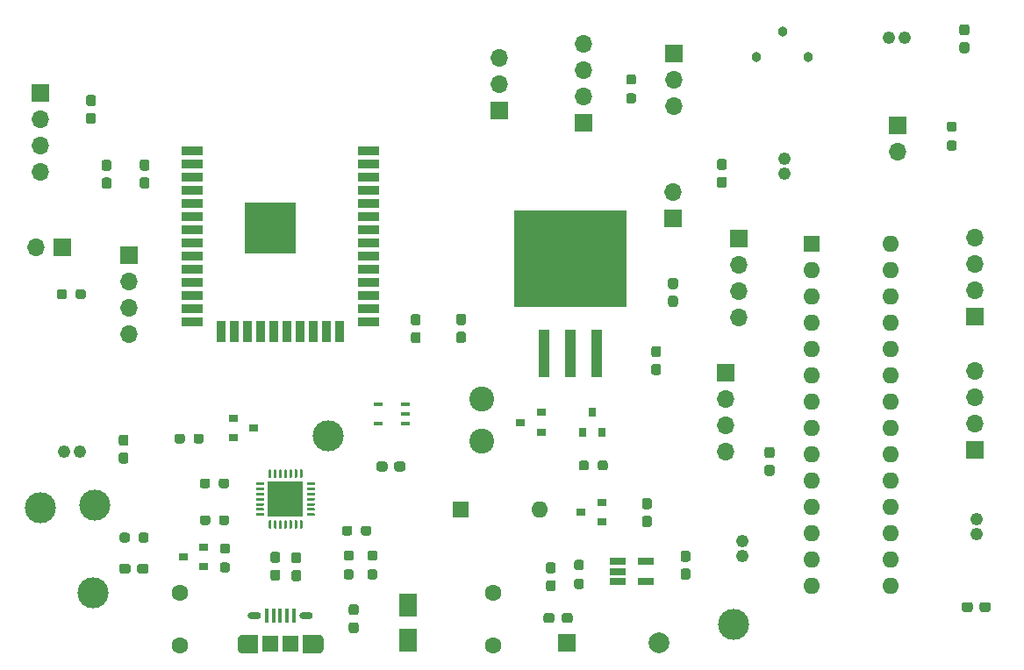
<source format=gbr>
%TF.GenerationSoftware,KiCad,Pcbnew,(5.1.10)-1*%
%TF.CreationDate,2022-02-13T15:12:39-05:00*%
%TF.ProjectId,dispenser,64697370-656e-4736-9572-2e6b69636164,rev?*%
%TF.SameCoordinates,Original*%
%TF.FileFunction,Soldermask,Top*%
%TF.FilePolarity,Negative*%
%FSLAX46Y46*%
G04 Gerber Fmt 4.6, Leading zero omitted, Abs format (unit mm)*
G04 Created by KiCad (PCBNEW (5.1.10)-1) date 2022-02-13 15:12:39*
%MOMM*%
%LPD*%
G01*
G04 APERTURE LIST*
%ADD10C,0.000100*%
%ADD11O,1.700000X1.700000*%
%ADD12R,1.700000X1.700000*%
%ADD13C,3.000000*%
%ADD14C,2.400000*%
%ADD15R,1.800000X1.800000*%
%ADD16C,2.000000*%
%ADD17R,1.651000X2.184400*%
%ADD18O,1.600000X1.600000*%
%ADD19R,1.600000X1.600000*%
%ADD20C,1.244600*%
%ADD21O,0.775000X1.550000*%
%ADD22R,1.500000X1.550000*%
%ADD23O,1.300000X0.650000*%
%ADD24R,0.400000X1.350000*%
%ADD25R,0.900000X0.800000*%
%ADD26R,0.800000X0.900000*%
%ADD27C,0.965200*%
%ADD28C,1.600000*%
%ADD29R,2.000000X0.900000*%
%ADD30R,0.900000X2.000000*%
%ADD31R,5.000000X5.000000*%
%ADD32R,1.560000X0.650000*%
%ADD33R,10.800000X9.400000*%
%ADD34R,1.100000X4.600000*%
%ADD35R,0.914400X0.431800*%
%ADD36R,3.350000X3.350000*%
G04 APERTURE END LIST*
D10*
%TO.C,J17*%
G36*
X113988400Y-121829800D02*
G01*
X112588400Y-121829800D01*
X112588400Y-120079800D01*
X113988400Y-120079800D01*
X114014400Y-120080800D01*
X114040400Y-120082800D01*
X114066400Y-120085800D01*
X114092400Y-120090800D01*
X114117400Y-120096800D01*
X114143400Y-120103800D01*
X114167400Y-120112800D01*
X114191400Y-120122800D01*
X114215400Y-120133800D01*
X114238400Y-120146800D01*
X114260400Y-120160800D01*
X114282400Y-120174800D01*
X114303400Y-120190800D01*
X114323400Y-120207800D01*
X114342400Y-120225800D01*
X114360400Y-120244800D01*
X114377400Y-120264800D01*
X114393400Y-120285800D01*
X114407400Y-120307800D01*
X114421400Y-120329800D01*
X114434400Y-120352800D01*
X114445400Y-120376800D01*
X114455400Y-120400800D01*
X114464400Y-120424800D01*
X114471400Y-120450800D01*
X114477400Y-120475800D01*
X114482400Y-120501800D01*
X114485400Y-120527800D01*
X114487400Y-120553800D01*
X114488400Y-120579800D01*
X114488400Y-121329800D01*
X114487400Y-121355800D01*
X114485400Y-121381800D01*
X114482400Y-121407800D01*
X114477400Y-121433800D01*
X114471400Y-121458800D01*
X114464400Y-121484800D01*
X114455400Y-121508800D01*
X114445400Y-121532800D01*
X114434400Y-121556800D01*
X114421400Y-121579800D01*
X114407400Y-121601800D01*
X114393400Y-121623800D01*
X114377400Y-121644800D01*
X114360400Y-121664800D01*
X114342400Y-121683800D01*
X114323400Y-121701800D01*
X114303400Y-121718800D01*
X114282400Y-121734800D01*
X114260400Y-121748800D01*
X114238400Y-121762800D01*
X114215400Y-121775800D01*
X114191400Y-121786800D01*
X114167400Y-121796800D01*
X114143400Y-121805800D01*
X114117400Y-121812800D01*
X114092400Y-121818800D01*
X114066400Y-121823800D01*
X114040400Y-121826800D01*
X114014400Y-121828800D01*
X113988400Y-121829800D01*
G37*
X113988400Y-121829800D02*
X112588400Y-121829800D01*
X112588400Y-120079800D01*
X113988400Y-120079800D01*
X114014400Y-120080800D01*
X114040400Y-120082800D01*
X114066400Y-120085800D01*
X114092400Y-120090800D01*
X114117400Y-120096800D01*
X114143400Y-120103800D01*
X114167400Y-120112800D01*
X114191400Y-120122800D01*
X114215400Y-120133800D01*
X114238400Y-120146800D01*
X114260400Y-120160800D01*
X114282400Y-120174800D01*
X114303400Y-120190800D01*
X114323400Y-120207800D01*
X114342400Y-120225800D01*
X114360400Y-120244800D01*
X114377400Y-120264800D01*
X114393400Y-120285800D01*
X114407400Y-120307800D01*
X114421400Y-120329800D01*
X114434400Y-120352800D01*
X114445400Y-120376800D01*
X114455400Y-120400800D01*
X114464400Y-120424800D01*
X114471400Y-120450800D01*
X114477400Y-120475800D01*
X114482400Y-120501800D01*
X114485400Y-120527800D01*
X114487400Y-120553800D01*
X114488400Y-120579800D01*
X114488400Y-121329800D01*
X114487400Y-121355800D01*
X114485400Y-121381800D01*
X114482400Y-121407800D01*
X114477400Y-121433800D01*
X114471400Y-121458800D01*
X114464400Y-121484800D01*
X114455400Y-121508800D01*
X114445400Y-121532800D01*
X114434400Y-121556800D01*
X114421400Y-121579800D01*
X114407400Y-121601800D01*
X114393400Y-121623800D01*
X114377400Y-121644800D01*
X114360400Y-121664800D01*
X114342400Y-121683800D01*
X114323400Y-121701800D01*
X114303400Y-121718800D01*
X114282400Y-121734800D01*
X114260400Y-121748800D01*
X114238400Y-121762800D01*
X114215400Y-121775800D01*
X114191400Y-121786800D01*
X114167400Y-121796800D01*
X114143400Y-121805800D01*
X114117400Y-121812800D01*
X114092400Y-121818800D01*
X114066400Y-121823800D01*
X114040400Y-121826800D01*
X114014400Y-121828800D01*
X113988400Y-121829800D01*
G36*
X106788400Y-120079800D02*
G01*
X108188400Y-120079800D01*
X108188400Y-121829800D01*
X106788400Y-121829800D01*
X106762400Y-121828800D01*
X106736400Y-121826800D01*
X106710400Y-121823800D01*
X106684400Y-121818800D01*
X106659400Y-121812800D01*
X106633400Y-121805800D01*
X106609400Y-121796800D01*
X106585400Y-121786800D01*
X106561400Y-121775800D01*
X106538400Y-121762800D01*
X106516400Y-121748800D01*
X106494400Y-121734800D01*
X106473400Y-121718800D01*
X106453400Y-121701800D01*
X106434400Y-121683800D01*
X106416400Y-121664800D01*
X106399400Y-121644800D01*
X106383400Y-121623800D01*
X106369400Y-121601800D01*
X106355400Y-121579800D01*
X106342400Y-121556800D01*
X106331400Y-121532800D01*
X106321400Y-121508800D01*
X106312400Y-121484800D01*
X106305400Y-121458800D01*
X106299400Y-121433800D01*
X106294400Y-121407800D01*
X106291400Y-121381800D01*
X106289400Y-121355800D01*
X106288400Y-121329800D01*
X106288400Y-120579800D01*
X106289400Y-120553800D01*
X106291400Y-120527800D01*
X106294400Y-120501800D01*
X106299400Y-120475800D01*
X106305400Y-120450800D01*
X106312400Y-120424800D01*
X106321400Y-120400800D01*
X106331400Y-120376800D01*
X106342400Y-120352800D01*
X106355400Y-120329800D01*
X106369400Y-120307800D01*
X106383400Y-120285800D01*
X106399400Y-120264800D01*
X106416400Y-120244800D01*
X106434400Y-120225800D01*
X106453400Y-120207800D01*
X106473400Y-120190800D01*
X106494400Y-120174800D01*
X106516400Y-120160800D01*
X106538400Y-120146800D01*
X106561400Y-120133800D01*
X106585400Y-120122800D01*
X106609400Y-120112800D01*
X106633400Y-120103800D01*
X106659400Y-120096800D01*
X106684400Y-120090800D01*
X106710400Y-120085800D01*
X106736400Y-120082800D01*
X106762400Y-120080800D01*
X106788400Y-120079800D01*
G37*
X106788400Y-120079800D02*
X108188400Y-120079800D01*
X108188400Y-121829800D01*
X106788400Y-121829800D01*
X106762400Y-121828800D01*
X106736400Y-121826800D01*
X106710400Y-121823800D01*
X106684400Y-121818800D01*
X106659400Y-121812800D01*
X106633400Y-121805800D01*
X106609400Y-121796800D01*
X106585400Y-121786800D01*
X106561400Y-121775800D01*
X106538400Y-121762800D01*
X106516400Y-121748800D01*
X106494400Y-121734800D01*
X106473400Y-121718800D01*
X106453400Y-121701800D01*
X106434400Y-121683800D01*
X106416400Y-121664800D01*
X106399400Y-121644800D01*
X106383400Y-121623800D01*
X106369400Y-121601800D01*
X106355400Y-121579800D01*
X106342400Y-121556800D01*
X106331400Y-121532800D01*
X106321400Y-121508800D01*
X106312400Y-121484800D01*
X106305400Y-121458800D01*
X106299400Y-121433800D01*
X106294400Y-121407800D01*
X106291400Y-121381800D01*
X106289400Y-121355800D01*
X106288400Y-121329800D01*
X106288400Y-120579800D01*
X106289400Y-120553800D01*
X106291400Y-120527800D01*
X106294400Y-120501800D01*
X106299400Y-120475800D01*
X106305400Y-120450800D01*
X106312400Y-120424800D01*
X106321400Y-120400800D01*
X106331400Y-120376800D01*
X106342400Y-120352800D01*
X106355400Y-120329800D01*
X106369400Y-120307800D01*
X106383400Y-120285800D01*
X106399400Y-120264800D01*
X106416400Y-120244800D01*
X106434400Y-120225800D01*
X106453400Y-120207800D01*
X106473400Y-120190800D01*
X106494400Y-120174800D01*
X106516400Y-120160800D01*
X106538400Y-120146800D01*
X106561400Y-120133800D01*
X106585400Y-120122800D01*
X106609400Y-120112800D01*
X106633400Y-120103800D01*
X106659400Y-120096800D01*
X106684400Y-120090800D01*
X106710400Y-120085800D01*
X106736400Y-120082800D01*
X106762400Y-120080800D01*
X106788400Y-120079800D01*
%TD*%
D11*
%TO.C,J3*%
X154600000Y-89420000D03*
X154600000Y-86880000D03*
X154600000Y-84340000D03*
D12*
X154600000Y-81800000D03*
%TD*%
D11*
%TO.C,J6*%
X177400000Y-81720000D03*
X177400000Y-84260000D03*
X177400000Y-86800000D03*
D12*
X177400000Y-89340000D03*
%TD*%
D11*
%TO.C,J5*%
X177400000Y-94580000D03*
X177400000Y-97120000D03*
X177400000Y-99660000D03*
D12*
X177400000Y-102200000D03*
%TD*%
D11*
%TO.C,J4*%
X153400000Y-102420000D03*
X153400000Y-99880000D03*
X153400000Y-97340000D03*
D12*
X153400000Y-94800000D03*
%TD*%
D11*
%TO.C,J2*%
X95800000Y-91020000D03*
X95800000Y-88480000D03*
X95800000Y-85940000D03*
D12*
X95800000Y-83400000D03*
%TD*%
D13*
%TO.C,TP5*%
X154100000Y-119100000D03*
%TD*%
%TO.C,TP4*%
X92500000Y-107600000D03*
%TD*%
%TO.C,TP3*%
X92300000Y-116000000D03*
%TD*%
%TO.C,TP2*%
X115000000Y-100900000D03*
%TD*%
%TO.C,TP1*%
X87200000Y-107800000D03*
%TD*%
%TO.C,C9*%
G36*
G01*
X149262500Y-113687500D02*
X149737500Y-113687500D01*
G75*
G02*
X149975000Y-113925000I0J-237500D01*
G01*
X149975000Y-114525000D01*
G75*
G02*
X149737500Y-114762500I-237500J0D01*
G01*
X149262500Y-114762500D01*
G75*
G02*
X149025000Y-114525000I0J237500D01*
G01*
X149025000Y-113925000D01*
G75*
G02*
X149262500Y-113687500I237500J0D01*
G01*
G37*
G36*
G01*
X149262500Y-111962500D02*
X149737500Y-111962500D01*
G75*
G02*
X149975000Y-112200000I0J-237500D01*
G01*
X149975000Y-112800000D01*
G75*
G02*
X149737500Y-113037500I-237500J0D01*
G01*
X149262500Y-113037500D01*
G75*
G02*
X149025000Y-112800000I0J237500D01*
G01*
X149025000Y-112200000D01*
G75*
G02*
X149262500Y-111962500I237500J0D01*
G01*
G37*
%TD*%
D14*
%TO.C,SW3*%
X129819400Y-101396800D03*
X129819400Y-97332800D03*
%TD*%
%TO.C,F2*%
G36*
G01*
X137546800Y-118703100D02*
X137546800Y-118228100D01*
G75*
G02*
X137784300Y-117990600I237500J0D01*
G01*
X138359300Y-117990600D01*
G75*
G02*
X138596800Y-118228100I0J-237500D01*
G01*
X138596800Y-118703100D01*
G75*
G02*
X138359300Y-118940600I-237500J0D01*
G01*
X137784300Y-118940600D01*
G75*
G02*
X137546800Y-118703100I0J237500D01*
G01*
G37*
G36*
G01*
X135796800Y-118703100D02*
X135796800Y-118228100D01*
G75*
G02*
X136034300Y-117990600I237500J0D01*
G01*
X136609300Y-117990600D01*
G75*
G02*
X136846800Y-118228100I0J-237500D01*
G01*
X136846800Y-118703100D01*
G75*
G02*
X136609300Y-118940600I-237500J0D01*
G01*
X136034300Y-118940600D01*
G75*
G02*
X135796800Y-118703100I0J237500D01*
G01*
G37*
%TD*%
%TO.C,F1*%
G36*
G01*
X117712500Y-118180400D02*
X117237500Y-118180400D01*
G75*
G02*
X117000000Y-117942900I0J237500D01*
G01*
X117000000Y-117367900D01*
G75*
G02*
X117237500Y-117130400I237500J0D01*
G01*
X117712500Y-117130400D01*
G75*
G02*
X117950000Y-117367900I0J-237500D01*
G01*
X117950000Y-117942900D01*
G75*
G02*
X117712500Y-118180400I-237500J0D01*
G01*
G37*
G36*
G01*
X117712500Y-119930400D02*
X117237500Y-119930400D01*
G75*
G02*
X117000000Y-119692900I0J237500D01*
G01*
X117000000Y-119117900D01*
G75*
G02*
X117237500Y-118880400I237500J0D01*
G01*
X117712500Y-118880400D01*
G75*
G02*
X117950000Y-119117900I0J-237500D01*
G01*
X117950000Y-119692900D01*
G75*
G02*
X117712500Y-119930400I-237500J0D01*
G01*
G37*
%TD*%
%TO.C,R3*%
G36*
G01*
X175421300Y-71507800D02*
X174946300Y-71507800D01*
G75*
G02*
X174708800Y-71270300I0J237500D01*
G01*
X174708800Y-70770300D01*
G75*
G02*
X174946300Y-70532800I237500J0D01*
G01*
X175421300Y-70532800D01*
G75*
G02*
X175658800Y-70770300I0J-237500D01*
G01*
X175658800Y-71270300D01*
G75*
G02*
X175421300Y-71507800I-237500J0D01*
G01*
G37*
G36*
G01*
X175421300Y-73332800D02*
X174946300Y-73332800D01*
G75*
G02*
X174708800Y-73095300I0J237500D01*
G01*
X174708800Y-72595300D01*
G75*
G02*
X174946300Y-72357800I237500J0D01*
G01*
X175421300Y-72357800D01*
G75*
G02*
X175658800Y-72595300I0J-237500D01*
G01*
X175658800Y-73095300D01*
G75*
G02*
X175421300Y-73332800I-237500J0D01*
G01*
G37*
%TD*%
D11*
%TO.C,J9*%
X169926000Y-73456800D03*
D12*
X169926000Y-70916800D03*
%TD*%
%TO.C,R14*%
G36*
G01*
X96712500Y-110937500D02*
X96712500Y-110462500D01*
G75*
G02*
X96950000Y-110225000I237500J0D01*
G01*
X97450000Y-110225000D01*
G75*
G02*
X97687500Y-110462500I0J-237500D01*
G01*
X97687500Y-110937500D01*
G75*
G02*
X97450000Y-111175000I-237500J0D01*
G01*
X96950000Y-111175000D01*
G75*
G02*
X96712500Y-110937500I0J237500D01*
G01*
G37*
G36*
G01*
X94887500Y-110937500D02*
X94887500Y-110462500D01*
G75*
G02*
X95125000Y-110225000I237500J0D01*
G01*
X95625000Y-110225000D01*
G75*
G02*
X95862500Y-110462500I0J-237500D01*
G01*
X95862500Y-110937500D01*
G75*
G02*
X95625000Y-111175000I-237500J0D01*
G01*
X95125000Y-111175000D01*
G75*
G02*
X94887500Y-110937500I0J237500D01*
G01*
G37*
%TD*%
%TO.C,R13*%
G36*
G01*
X102026900Y-101380300D02*
X102026900Y-100905300D01*
G75*
G02*
X102264400Y-100667800I237500J0D01*
G01*
X102764400Y-100667800D01*
G75*
G02*
X103001900Y-100905300I0J-237500D01*
G01*
X103001900Y-101380300D01*
G75*
G02*
X102764400Y-101617800I-237500J0D01*
G01*
X102264400Y-101617800D01*
G75*
G02*
X102026900Y-101380300I0J237500D01*
G01*
G37*
G36*
G01*
X100201900Y-101380300D02*
X100201900Y-100905300D01*
G75*
G02*
X100439400Y-100667800I237500J0D01*
G01*
X100939400Y-100667800D01*
G75*
G02*
X101176900Y-100905300I0J-237500D01*
G01*
X101176900Y-101380300D01*
G75*
G02*
X100939400Y-101617800I-237500J0D01*
G01*
X100439400Y-101617800D01*
G75*
G02*
X100201900Y-101380300I0J237500D01*
G01*
G37*
%TD*%
%TO.C,R12*%
G36*
G01*
X104816900Y-113101300D02*
X105291900Y-113101300D01*
G75*
G02*
X105529400Y-113338800I0J-237500D01*
G01*
X105529400Y-113838800D01*
G75*
G02*
X105291900Y-114076300I-237500J0D01*
G01*
X104816900Y-114076300D01*
G75*
G02*
X104579400Y-113838800I0J237500D01*
G01*
X104579400Y-113338800D01*
G75*
G02*
X104816900Y-113101300I237500J0D01*
G01*
G37*
G36*
G01*
X104816900Y-111276300D02*
X105291900Y-111276300D01*
G75*
G02*
X105529400Y-111513800I0J-237500D01*
G01*
X105529400Y-112013800D01*
G75*
G02*
X105291900Y-112251300I-237500J0D01*
G01*
X104816900Y-112251300D01*
G75*
G02*
X104579400Y-112013800I0J237500D01*
G01*
X104579400Y-111513800D01*
G75*
G02*
X104816900Y-111276300I237500J0D01*
G01*
G37*
%TD*%
%TO.C,R11*%
G36*
G01*
X104479400Y-109254300D02*
X104479400Y-108779300D01*
G75*
G02*
X104716900Y-108541800I237500J0D01*
G01*
X105216900Y-108541800D01*
G75*
G02*
X105454400Y-108779300I0J-237500D01*
G01*
X105454400Y-109254300D01*
G75*
G02*
X105216900Y-109491800I-237500J0D01*
G01*
X104716900Y-109491800D01*
G75*
G02*
X104479400Y-109254300I0J237500D01*
G01*
G37*
G36*
G01*
X102654400Y-109254300D02*
X102654400Y-108779300D01*
G75*
G02*
X102891900Y-108541800I237500J0D01*
G01*
X103391900Y-108541800D01*
G75*
G02*
X103629400Y-108779300I0J-237500D01*
G01*
X103629400Y-109254300D01*
G75*
G02*
X103391900Y-109491800I-237500J0D01*
G01*
X102891900Y-109491800D01*
G75*
G02*
X102654400Y-109254300I0J237500D01*
G01*
G37*
%TD*%
%TO.C,R10*%
G36*
G01*
X104463400Y-105698300D02*
X104463400Y-105223300D01*
G75*
G02*
X104700900Y-104985800I237500J0D01*
G01*
X105200900Y-104985800D01*
G75*
G02*
X105438400Y-105223300I0J-237500D01*
G01*
X105438400Y-105698300D01*
G75*
G02*
X105200900Y-105935800I-237500J0D01*
G01*
X104700900Y-105935800D01*
G75*
G02*
X104463400Y-105698300I0J237500D01*
G01*
G37*
G36*
G01*
X102638400Y-105698300D02*
X102638400Y-105223300D01*
G75*
G02*
X102875900Y-104985800I237500J0D01*
G01*
X103375900Y-104985800D01*
G75*
G02*
X103613400Y-105223300I0J-237500D01*
G01*
X103613400Y-105698300D01*
G75*
G02*
X103375900Y-105935800I-237500J0D01*
G01*
X102875900Y-105935800D01*
G75*
G02*
X102638400Y-105698300I0J237500D01*
G01*
G37*
%TD*%
%TO.C,R9*%
G36*
G01*
X118179400Y-110270300D02*
X118179400Y-109795300D01*
G75*
G02*
X118416900Y-109557800I237500J0D01*
G01*
X118916900Y-109557800D01*
G75*
G02*
X119154400Y-109795300I0J-237500D01*
G01*
X119154400Y-110270300D01*
G75*
G02*
X118916900Y-110507800I-237500J0D01*
G01*
X118416900Y-110507800D01*
G75*
G02*
X118179400Y-110270300I0J237500D01*
G01*
G37*
G36*
G01*
X116354400Y-110270300D02*
X116354400Y-109795300D01*
G75*
G02*
X116591900Y-109557800I237500J0D01*
G01*
X117091900Y-109557800D01*
G75*
G02*
X117329400Y-109795300I0J-237500D01*
G01*
X117329400Y-110270300D01*
G75*
G02*
X117091900Y-110507800I-237500J0D01*
G01*
X116591900Y-110507800D01*
G75*
G02*
X116354400Y-110270300I0J237500D01*
G01*
G37*
%TD*%
%TO.C,R8*%
G36*
G01*
X119040900Y-113759800D02*
X119515900Y-113759800D01*
G75*
G02*
X119753400Y-113997300I0J-237500D01*
G01*
X119753400Y-114497300D01*
G75*
G02*
X119515900Y-114734800I-237500J0D01*
G01*
X119040900Y-114734800D01*
G75*
G02*
X118803400Y-114497300I0J237500D01*
G01*
X118803400Y-113997300D01*
G75*
G02*
X119040900Y-113759800I237500J0D01*
G01*
G37*
G36*
G01*
X119040900Y-111934800D02*
X119515900Y-111934800D01*
G75*
G02*
X119753400Y-112172300I0J-237500D01*
G01*
X119753400Y-112672300D01*
G75*
G02*
X119515900Y-112909800I-237500J0D01*
G01*
X119040900Y-112909800D01*
G75*
G02*
X118803400Y-112672300I0J237500D01*
G01*
X118803400Y-112172300D01*
G75*
G02*
X119040900Y-111934800I237500J0D01*
G01*
G37*
%TD*%
%TO.C,R7*%
G36*
G01*
X117229900Y-112909800D02*
X116754900Y-112909800D01*
G75*
G02*
X116517400Y-112672300I0J237500D01*
G01*
X116517400Y-112172300D01*
G75*
G02*
X116754900Y-111934800I237500J0D01*
G01*
X117229900Y-111934800D01*
G75*
G02*
X117467400Y-112172300I0J-237500D01*
G01*
X117467400Y-112672300D01*
G75*
G02*
X117229900Y-112909800I-237500J0D01*
G01*
G37*
G36*
G01*
X117229900Y-114734800D02*
X116754900Y-114734800D01*
G75*
G02*
X116517400Y-114497300I0J237500D01*
G01*
X116517400Y-113997300D01*
G75*
G02*
X116754900Y-113759800I237500J0D01*
G01*
X117229900Y-113759800D01*
G75*
G02*
X117467400Y-113997300I0J-237500D01*
G01*
X117467400Y-114497300D01*
G75*
G02*
X117229900Y-114734800I-237500J0D01*
G01*
G37*
%TD*%
%TO.C,R6*%
G36*
G01*
X140165900Y-103496100D02*
X140165900Y-103971100D01*
G75*
G02*
X139928400Y-104208600I-237500J0D01*
G01*
X139428400Y-104208600D01*
G75*
G02*
X139190900Y-103971100I0J237500D01*
G01*
X139190900Y-103496100D01*
G75*
G02*
X139428400Y-103258600I237500J0D01*
G01*
X139928400Y-103258600D01*
G75*
G02*
X140165900Y-103496100I0J-237500D01*
G01*
G37*
G36*
G01*
X141990900Y-103496100D02*
X141990900Y-103971100D01*
G75*
G02*
X141753400Y-104208600I-237500J0D01*
G01*
X141253400Y-104208600D01*
G75*
G02*
X141015900Y-103971100I0J237500D01*
G01*
X141015900Y-103496100D01*
G75*
G02*
X141253400Y-103258600I237500J0D01*
G01*
X141753400Y-103258600D01*
G75*
G02*
X141990900Y-103496100I0J-237500D01*
G01*
G37*
%TD*%
%TO.C,R5*%
G36*
G01*
X138979900Y-114676100D02*
X139454900Y-114676100D01*
G75*
G02*
X139692400Y-114913600I0J-237500D01*
G01*
X139692400Y-115413600D01*
G75*
G02*
X139454900Y-115651100I-237500J0D01*
G01*
X138979900Y-115651100D01*
G75*
G02*
X138742400Y-115413600I0J237500D01*
G01*
X138742400Y-114913600D01*
G75*
G02*
X138979900Y-114676100I237500J0D01*
G01*
G37*
G36*
G01*
X138979900Y-112851100D02*
X139454900Y-112851100D01*
G75*
G02*
X139692400Y-113088600I0J-237500D01*
G01*
X139692400Y-113588600D01*
G75*
G02*
X139454900Y-113826100I-237500J0D01*
G01*
X138979900Y-113826100D01*
G75*
G02*
X138742400Y-113588600I0J237500D01*
G01*
X138742400Y-113088600D01*
G75*
G02*
X138979900Y-112851100I237500J0D01*
G01*
G37*
%TD*%
%TO.C,R4*%
G36*
G01*
X144484100Y-66959300D02*
X144009100Y-66959300D01*
G75*
G02*
X143771600Y-66721800I0J237500D01*
G01*
X143771600Y-66221800D01*
G75*
G02*
X144009100Y-65984300I237500J0D01*
G01*
X144484100Y-65984300D01*
G75*
G02*
X144721600Y-66221800I0J-237500D01*
G01*
X144721600Y-66721800D01*
G75*
G02*
X144484100Y-66959300I-237500J0D01*
G01*
G37*
G36*
G01*
X144484100Y-68784300D02*
X144009100Y-68784300D01*
G75*
G02*
X143771600Y-68546800I0J237500D01*
G01*
X143771600Y-68046800D01*
G75*
G02*
X144009100Y-67809300I237500J0D01*
G01*
X144484100Y-67809300D01*
G75*
G02*
X144721600Y-68046800I0J-237500D01*
G01*
X144721600Y-68546800D01*
G75*
G02*
X144484100Y-68784300I-237500J0D01*
G01*
G37*
%TD*%
%TO.C,R2*%
G36*
G01*
X89793900Y-86960700D02*
X89793900Y-87435700D01*
G75*
G02*
X89556400Y-87673200I-237500J0D01*
G01*
X89056400Y-87673200D01*
G75*
G02*
X88818900Y-87435700I0J237500D01*
G01*
X88818900Y-86960700D01*
G75*
G02*
X89056400Y-86723200I237500J0D01*
G01*
X89556400Y-86723200D01*
G75*
G02*
X89793900Y-86960700I0J-237500D01*
G01*
G37*
G36*
G01*
X91618900Y-86960700D02*
X91618900Y-87435700D01*
G75*
G02*
X91381400Y-87673200I-237500J0D01*
G01*
X90881400Y-87673200D01*
G75*
G02*
X90643900Y-87435700I0J237500D01*
G01*
X90643900Y-86960700D01*
G75*
G02*
X90881400Y-86723200I237500J0D01*
G01*
X91381400Y-86723200D01*
G75*
G02*
X91618900Y-86960700I0J-237500D01*
G01*
G37*
%TD*%
%TO.C,C20*%
G36*
G01*
X96587500Y-113937500D02*
X96587500Y-113462500D01*
G75*
G02*
X96825000Y-113225000I237500J0D01*
G01*
X97425000Y-113225000D01*
G75*
G02*
X97662500Y-113462500I0J-237500D01*
G01*
X97662500Y-113937500D01*
G75*
G02*
X97425000Y-114175000I-237500J0D01*
G01*
X96825000Y-114175000D01*
G75*
G02*
X96587500Y-113937500I0J237500D01*
G01*
G37*
G36*
G01*
X94862500Y-113937500D02*
X94862500Y-113462500D01*
G75*
G02*
X95100000Y-113225000I237500J0D01*
G01*
X95700000Y-113225000D01*
G75*
G02*
X95937500Y-113462500I0J-237500D01*
G01*
X95937500Y-113937500D01*
G75*
G02*
X95700000Y-114175000I-237500J0D01*
G01*
X95100000Y-114175000D01*
G75*
G02*
X94862500Y-113937500I0J237500D01*
G01*
G37*
%TD*%
%TO.C,C19*%
G36*
G01*
X123231900Y-90851700D02*
X123706900Y-90851700D01*
G75*
G02*
X123944400Y-91089200I0J-237500D01*
G01*
X123944400Y-91689200D01*
G75*
G02*
X123706900Y-91926700I-237500J0D01*
G01*
X123231900Y-91926700D01*
G75*
G02*
X122994400Y-91689200I0J237500D01*
G01*
X122994400Y-91089200D01*
G75*
G02*
X123231900Y-90851700I237500J0D01*
G01*
G37*
G36*
G01*
X123231900Y-89126700D02*
X123706900Y-89126700D01*
G75*
G02*
X123944400Y-89364200I0J-237500D01*
G01*
X123944400Y-89964200D01*
G75*
G02*
X123706900Y-90201700I-237500J0D01*
G01*
X123231900Y-90201700D01*
G75*
G02*
X122994400Y-89964200I0J237500D01*
G01*
X122994400Y-89364200D01*
G75*
G02*
X123231900Y-89126700I237500J0D01*
G01*
G37*
%TD*%
%TO.C,C18*%
G36*
G01*
X109668300Y-113790700D02*
X110143300Y-113790700D01*
G75*
G02*
X110380800Y-114028200I0J-237500D01*
G01*
X110380800Y-114628200D01*
G75*
G02*
X110143300Y-114865700I-237500J0D01*
G01*
X109668300Y-114865700D01*
G75*
G02*
X109430800Y-114628200I0J237500D01*
G01*
X109430800Y-114028200D01*
G75*
G02*
X109668300Y-113790700I237500J0D01*
G01*
G37*
G36*
G01*
X109668300Y-112065700D02*
X110143300Y-112065700D01*
G75*
G02*
X110380800Y-112303200I0J-237500D01*
G01*
X110380800Y-112903200D01*
G75*
G02*
X110143300Y-113140700I-237500J0D01*
G01*
X109668300Y-113140700D01*
G75*
G02*
X109430800Y-112903200I0J237500D01*
G01*
X109430800Y-112303200D01*
G75*
G02*
X109668300Y-112065700I237500J0D01*
G01*
G37*
%TD*%
%TO.C,C17*%
G36*
G01*
X111700300Y-113833700D02*
X112175300Y-113833700D01*
G75*
G02*
X112412800Y-114071200I0J-237500D01*
G01*
X112412800Y-114671200D01*
G75*
G02*
X112175300Y-114908700I-237500J0D01*
G01*
X111700300Y-114908700D01*
G75*
G02*
X111462800Y-114671200I0J237500D01*
G01*
X111462800Y-114071200D01*
G75*
G02*
X111700300Y-113833700I237500J0D01*
G01*
G37*
G36*
G01*
X111700300Y-112108700D02*
X112175300Y-112108700D01*
G75*
G02*
X112412800Y-112346200I0J-237500D01*
G01*
X112412800Y-112946200D01*
G75*
G02*
X112175300Y-113183700I-237500J0D01*
G01*
X111700300Y-113183700D01*
G75*
G02*
X111462800Y-112946200I0J237500D01*
G01*
X111462800Y-112346200D01*
G75*
G02*
X111700300Y-112108700I237500J0D01*
G01*
G37*
%TD*%
%TO.C,C16*%
G36*
G01*
X136737100Y-114153900D02*
X136262100Y-114153900D01*
G75*
G02*
X136024600Y-113916400I0J237500D01*
G01*
X136024600Y-113316400D01*
G75*
G02*
X136262100Y-113078900I237500J0D01*
G01*
X136737100Y-113078900D01*
G75*
G02*
X136974600Y-113316400I0J-237500D01*
G01*
X136974600Y-113916400D01*
G75*
G02*
X136737100Y-114153900I-237500J0D01*
G01*
G37*
G36*
G01*
X136737100Y-115878900D02*
X136262100Y-115878900D01*
G75*
G02*
X136024600Y-115641400I0J237500D01*
G01*
X136024600Y-115041400D01*
G75*
G02*
X136262100Y-114803900I237500J0D01*
G01*
X136737100Y-114803900D01*
G75*
G02*
X136974600Y-115041400I0J-237500D01*
G01*
X136974600Y-115641400D01*
G75*
G02*
X136737100Y-115878900I-237500J0D01*
G01*
G37*
%TD*%
%TO.C,C15*%
G36*
G01*
X121382500Y-104072700D02*
X121382500Y-103597700D01*
G75*
G02*
X121620000Y-103360200I237500J0D01*
G01*
X122220000Y-103360200D01*
G75*
G02*
X122457500Y-103597700I0J-237500D01*
G01*
X122457500Y-104072700D01*
G75*
G02*
X122220000Y-104310200I-237500J0D01*
G01*
X121620000Y-104310200D01*
G75*
G02*
X121382500Y-104072700I0J237500D01*
G01*
G37*
G36*
G01*
X119657500Y-104072700D02*
X119657500Y-103597700D01*
G75*
G02*
X119895000Y-103360200I237500J0D01*
G01*
X120495000Y-103360200D01*
G75*
G02*
X120732500Y-103597700I0J-237500D01*
G01*
X120732500Y-104072700D01*
G75*
G02*
X120495000Y-104310200I-237500J0D01*
G01*
X119895000Y-104310200D01*
G75*
G02*
X119657500Y-104072700I0J237500D01*
G01*
G37*
%TD*%
%TO.C,C14*%
G36*
G01*
X146422100Y-93925100D02*
X146897100Y-93925100D01*
G75*
G02*
X147134600Y-94162600I0J-237500D01*
G01*
X147134600Y-94762600D01*
G75*
G02*
X146897100Y-95000100I-237500J0D01*
G01*
X146422100Y-95000100D01*
G75*
G02*
X146184600Y-94762600I0J237500D01*
G01*
X146184600Y-94162600D01*
G75*
G02*
X146422100Y-93925100I237500J0D01*
G01*
G37*
G36*
G01*
X146422100Y-92200100D02*
X146897100Y-92200100D01*
G75*
G02*
X147134600Y-92437600I0J-237500D01*
G01*
X147134600Y-93037600D01*
G75*
G02*
X146897100Y-93275100I-237500J0D01*
G01*
X146422100Y-93275100D01*
G75*
G02*
X146184600Y-93037600I0J237500D01*
G01*
X146184600Y-92437600D01*
G75*
G02*
X146422100Y-92200100I237500J0D01*
G01*
G37*
%TD*%
%TO.C,C13*%
G36*
G01*
X128075700Y-90176300D02*
X127600700Y-90176300D01*
G75*
G02*
X127363200Y-89938800I0J237500D01*
G01*
X127363200Y-89338800D01*
G75*
G02*
X127600700Y-89101300I237500J0D01*
G01*
X128075700Y-89101300D01*
G75*
G02*
X128313200Y-89338800I0J-237500D01*
G01*
X128313200Y-89938800D01*
G75*
G02*
X128075700Y-90176300I-237500J0D01*
G01*
G37*
G36*
G01*
X128075700Y-91901300D02*
X127600700Y-91901300D01*
G75*
G02*
X127363200Y-91663800I0J237500D01*
G01*
X127363200Y-91063800D01*
G75*
G02*
X127600700Y-90826300I237500J0D01*
G01*
X128075700Y-90826300D01*
G75*
G02*
X128313200Y-91063800I0J-237500D01*
G01*
X128313200Y-91663800D01*
G75*
G02*
X128075700Y-91901300I-237500J0D01*
G01*
G37*
%TD*%
%TO.C,C12*%
G36*
G01*
X146008100Y-107955200D02*
X145533100Y-107955200D01*
G75*
G02*
X145295600Y-107717700I0J237500D01*
G01*
X145295600Y-107117700D01*
G75*
G02*
X145533100Y-106880200I237500J0D01*
G01*
X146008100Y-106880200D01*
G75*
G02*
X146245600Y-107117700I0J-237500D01*
G01*
X146245600Y-107717700D01*
G75*
G02*
X146008100Y-107955200I-237500J0D01*
G01*
G37*
G36*
G01*
X146008100Y-109680200D02*
X145533100Y-109680200D01*
G75*
G02*
X145295600Y-109442700I0J237500D01*
G01*
X145295600Y-108842700D01*
G75*
G02*
X145533100Y-108605200I237500J0D01*
G01*
X146008100Y-108605200D01*
G75*
G02*
X146245600Y-108842700I0J-237500D01*
G01*
X146245600Y-109442700D01*
G75*
G02*
X146008100Y-109680200I-237500J0D01*
G01*
G37*
%TD*%
%TO.C,C11*%
G36*
G01*
X148047700Y-87346500D02*
X148522700Y-87346500D01*
G75*
G02*
X148760200Y-87584000I0J-237500D01*
G01*
X148760200Y-88184000D01*
G75*
G02*
X148522700Y-88421500I-237500J0D01*
G01*
X148047700Y-88421500D01*
G75*
G02*
X147810200Y-88184000I0J237500D01*
G01*
X147810200Y-87584000D01*
G75*
G02*
X148047700Y-87346500I237500J0D01*
G01*
G37*
G36*
G01*
X148047700Y-85621500D02*
X148522700Y-85621500D01*
G75*
G02*
X148760200Y-85859000I0J-237500D01*
G01*
X148760200Y-86459000D01*
G75*
G02*
X148522700Y-86696500I-237500J0D01*
G01*
X148047700Y-86696500D01*
G75*
G02*
X147810200Y-86459000I0J237500D01*
G01*
X147810200Y-85859000D01*
G75*
G02*
X148047700Y-85621500I237500J0D01*
G01*
G37*
%TD*%
%TO.C,C10*%
G36*
G01*
X92363300Y-69041300D02*
X91888300Y-69041300D01*
G75*
G02*
X91650800Y-68803800I0J237500D01*
G01*
X91650800Y-68203800D01*
G75*
G02*
X91888300Y-67966300I237500J0D01*
G01*
X92363300Y-67966300D01*
G75*
G02*
X92600800Y-68203800I0J-237500D01*
G01*
X92600800Y-68803800D01*
G75*
G02*
X92363300Y-69041300I-237500J0D01*
G01*
G37*
G36*
G01*
X92363300Y-70766300D02*
X91888300Y-70766300D01*
G75*
G02*
X91650800Y-70528800I0J237500D01*
G01*
X91650800Y-69928800D01*
G75*
G02*
X91888300Y-69691300I237500J0D01*
G01*
X92363300Y-69691300D01*
G75*
G02*
X92600800Y-69928800I0J-237500D01*
G01*
X92600800Y-70528800D01*
G75*
G02*
X92363300Y-70766300I-237500J0D01*
G01*
G37*
%TD*%
%TO.C,C8*%
G36*
G01*
X153237500Y-75212500D02*
X152762500Y-75212500D01*
G75*
G02*
X152525000Y-74975000I0J237500D01*
G01*
X152525000Y-74375000D01*
G75*
G02*
X152762500Y-74137500I237500J0D01*
G01*
X153237500Y-74137500D01*
G75*
G02*
X153475000Y-74375000I0J-237500D01*
G01*
X153475000Y-74975000D01*
G75*
G02*
X153237500Y-75212500I-237500J0D01*
G01*
G37*
G36*
G01*
X153237500Y-76937500D02*
X152762500Y-76937500D01*
G75*
G02*
X152525000Y-76700000I0J237500D01*
G01*
X152525000Y-76100000D01*
G75*
G02*
X152762500Y-75862500I237500J0D01*
G01*
X153237500Y-75862500D01*
G75*
G02*
X153475000Y-76100000I0J-237500D01*
G01*
X153475000Y-76700000D01*
G75*
G02*
X153237500Y-76937500I-237500J0D01*
G01*
G37*
%TD*%
%TO.C,C7*%
G36*
G01*
X95037900Y-102482700D02*
X95512900Y-102482700D01*
G75*
G02*
X95750400Y-102720200I0J-237500D01*
G01*
X95750400Y-103320200D01*
G75*
G02*
X95512900Y-103557700I-237500J0D01*
G01*
X95037900Y-103557700D01*
G75*
G02*
X94800400Y-103320200I0J237500D01*
G01*
X94800400Y-102720200D01*
G75*
G02*
X95037900Y-102482700I237500J0D01*
G01*
G37*
G36*
G01*
X95037900Y-100757700D02*
X95512900Y-100757700D01*
G75*
G02*
X95750400Y-100995200I0J-237500D01*
G01*
X95750400Y-101595200D01*
G75*
G02*
X95512900Y-101832700I-237500J0D01*
G01*
X95037900Y-101832700D01*
G75*
G02*
X94800400Y-101595200I0J237500D01*
G01*
X94800400Y-100995200D01*
G75*
G02*
X95037900Y-100757700I237500J0D01*
G01*
G37*
%TD*%
%TO.C,C6*%
G36*
G01*
X176637500Y-62212500D02*
X176162500Y-62212500D01*
G75*
G02*
X175925000Y-61975000I0J237500D01*
G01*
X175925000Y-61375000D01*
G75*
G02*
X176162500Y-61137500I237500J0D01*
G01*
X176637500Y-61137500D01*
G75*
G02*
X176875000Y-61375000I0J-237500D01*
G01*
X176875000Y-61975000D01*
G75*
G02*
X176637500Y-62212500I-237500J0D01*
G01*
G37*
G36*
G01*
X176637500Y-63937500D02*
X176162500Y-63937500D01*
G75*
G02*
X175925000Y-63700000I0J237500D01*
G01*
X175925000Y-63100000D01*
G75*
G02*
X176162500Y-62862500I237500J0D01*
G01*
X176637500Y-62862500D01*
G75*
G02*
X176875000Y-63100000I0J-237500D01*
G01*
X176875000Y-63700000D01*
G75*
G02*
X176637500Y-63937500I-237500J0D01*
G01*
G37*
%TD*%
%TO.C,C5*%
G36*
G01*
X177862500Y-117637500D02*
X177862500Y-117162500D01*
G75*
G02*
X178100000Y-116925000I237500J0D01*
G01*
X178700000Y-116925000D01*
G75*
G02*
X178937500Y-117162500I0J-237500D01*
G01*
X178937500Y-117637500D01*
G75*
G02*
X178700000Y-117875000I-237500J0D01*
G01*
X178100000Y-117875000D01*
G75*
G02*
X177862500Y-117637500I0J237500D01*
G01*
G37*
G36*
G01*
X176137500Y-117637500D02*
X176137500Y-117162500D01*
G75*
G02*
X176375000Y-116925000I237500J0D01*
G01*
X176975000Y-116925000D01*
G75*
G02*
X177212500Y-117162500I0J-237500D01*
G01*
X177212500Y-117637500D01*
G75*
G02*
X176975000Y-117875000I-237500J0D01*
G01*
X176375000Y-117875000D01*
G75*
G02*
X176137500Y-117637500I0J237500D01*
G01*
G37*
%TD*%
%TO.C,C4*%
G36*
G01*
X93861900Y-75290800D02*
X93386900Y-75290800D01*
G75*
G02*
X93149400Y-75053300I0J237500D01*
G01*
X93149400Y-74453300D01*
G75*
G02*
X93386900Y-74215800I237500J0D01*
G01*
X93861900Y-74215800D01*
G75*
G02*
X94099400Y-74453300I0J-237500D01*
G01*
X94099400Y-75053300D01*
G75*
G02*
X93861900Y-75290800I-237500J0D01*
G01*
G37*
G36*
G01*
X93861900Y-77015800D02*
X93386900Y-77015800D01*
G75*
G02*
X93149400Y-76778300I0J237500D01*
G01*
X93149400Y-76178300D01*
G75*
G02*
X93386900Y-75940800I237500J0D01*
G01*
X93861900Y-75940800D01*
G75*
G02*
X94099400Y-76178300I0J-237500D01*
G01*
X94099400Y-76778300D01*
G75*
G02*
X93861900Y-77015800I-237500J0D01*
G01*
G37*
%TD*%
%TO.C,C3*%
G36*
G01*
X97544900Y-75264300D02*
X97069900Y-75264300D01*
G75*
G02*
X96832400Y-75026800I0J237500D01*
G01*
X96832400Y-74426800D01*
G75*
G02*
X97069900Y-74189300I237500J0D01*
G01*
X97544900Y-74189300D01*
G75*
G02*
X97782400Y-74426800I0J-237500D01*
G01*
X97782400Y-75026800D01*
G75*
G02*
X97544900Y-75264300I-237500J0D01*
G01*
G37*
G36*
G01*
X97544900Y-76989300D02*
X97069900Y-76989300D01*
G75*
G02*
X96832400Y-76751800I0J237500D01*
G01*
X96832400Y-76151800D01*
G75*
G02*
X97069900Y-75914300I237500J0D01*
G01*
X97544900Y-75914300D01*
G75*
G02*
X97782400Y-76151800I0J-237500D01*
G01*
X97782400Y-76751800D01*
G75*
G02*
X97544900Y-76989300I-237500J0D01*
G01*
G37*
%TD*%
%TO.C,C2*%
G36*
G01*
X157362500Y-103662500D02*
X157837500Y-103662500D01*
G75*
G02*
X158075000Y-103900000I0J-237500D01*
G01*
X158075000Y-104500000D01*
G75*
G02*
X157837500Y-104737500I-237500J0D01*
G01*
X157362500Y-104737500D01*
G75*
G02*
X157125000Y-104500000I0J237500D01*
G01*
X157125000Y-103900000D01*
G75*
G02*
X157362500Y-103662500I237500J0D01*
G01*
G37*
G36*
G01*
X157362500Y-101937500D02*
X157837500Y-101937500D01*
G75*
G02*
X158075000Y-102175000I0J-237500D01*
G01*
X158075000Y-102775000D01*
G75*
G02*
X157837500Y-103012500I-237500J0D01*
G01*
X157362500Y-103012500D01*
G75*
G02*
X157125000Y-102775000I0J237500D01*
G01*
X157125000Y-102175000D01*
G75*
G02*
X157362500Y-101937500I237500J0D01*
G01*
G37*
%TD*%
D15*
%TO.C,BT1*%
X138023600Y-120878600D03*
D16*
X146913600Y-120878600D03*
%TD*%
D17*
%TO.C,D1*%
X122700000Y-120603600D03*
X122700000Y-117200000D03*
%TD*%
D18*
%TO.C,D2*%
X135407400Y-107950000D03*
D19*
X127787400Y-107950000D03*
%TD*%
D11*
%TO.C,J1*%
X86817200Y-82651600D03*
D12*
X89357200Y-82651600D03*
%TD*%
D20*
%TO.C,J7*%
X91060401Y-102412800D03*
X89560399Y-102412800D03*
%TD*%
%TO.C,J8*%
X177600000Y-108899999D03*
X177600000Y-110400001D03*
%TD*%
%TO.C,J10*%
X169099999Y-62400000D03*
X170600001Y-62400000D03*
%TD*%
%TO.C,J11*%
X159000000Y-74099999D03*
X159000000Y-75600001D03*
%TD*%
%TO.C,J12*%
X155000000Y-110999999D03*
X155000000Y-112500001D03*
%TD*%
D11*
%TO.C,J13*%
X131495800Y-64363600D03*
X131495800Y-66903600D03*
D12*
X131495800Y-69443600D03*
%TD*%
D11*
%TO.C,J14*%
X139623800Y-62992000D03*
X139623800Y-65532000D03*
X139623800Y-68072000D03*
D12*
X139623800Y-70612000D03*
%TD*%
D11*
%TO.C,J15*%
X148259800Y-77368400D03*
D12*
X148259800Y-79908400D03*
%TD*%
D11*
%TO.C,J16*%
X148386800Y-69037200D03*
X148386800Y-66497200D03*
D12*
X148386800Y-63957200D03*
%TD*%
D21*
%TO.C,J17*%
X113888400Y-120954800D03*
D22*
X111388400Y-120954800D03*
X109388400Y-120954800D03*
D21*
X106888400Y-120954800D03*
D23*
X112888400Y-118254800D03*
X107888400Y-118254800D03*
D24*
X111688400Y-118254800D03*
X111038400Y-118254800D03*
X110388400Y-118254800D03*
X109738400Y-118254800D03*
X109088400Y-118254800D03*
%TD*%
D25*
%TO.C,Q1*%
X139411200Y-108229400D03*
X141411200Y-107279400D03*
X141411200Y-109179400D03*
%TD*%
D26*
%TO.C,Q2*%
X140487400Y-98568000D03*
X141437400Y-100568000D03*
X139537400Y-100568000D03*
%TD*%
D25*
%TO.C,Q3*%
X133594600Y-99568000D03*
X135594600Y-98618000D03*
X135594600Y-100518000D03*
%TD*%
%TO.C,Q4*%
X107832400Y-100126800D03*
X105832400Y-101076800D03*
X105832400Y-99176800D03*
%TD*%
%TO.C,Q5*%
X101006400Y-112572800D03*
X103006400Y-111622800D03*
X103006400Y-113522800D03*
%TD*%
D27*
%TO.C,RV1*%
X161362400Y-64338200D03*
X158862400Y-61838200D03*
X156362400Y-64338200D03*
%TD*%
D28*
%TO.C,SW1*%
X130900000Y-116060000D03*
X130900000Y-121140000D03*
%TD*%
%TO.C,SW2*%
X100700000Y-116060000D03*
X100700000Y-121140000D03*
%TD*%
D18*
%TO.C,U1*%
X169304800Y-82369000D03*
X161684800Y-115389000D03*
X169304800Y-84909000D03*
X161684800Y-112849000D03*
X169304800Y-87449000D03*
X161684800Y-110309000D03*
X169304800Y-89989000D03*
X161684800Y-107769000D03*
X169304800Y-92529000D03*
X161684800Y-105229000D03*
X169304800Y-95069000D03*
X161684800Y-102689000D03*
X169304800Y-97609000D03*
X161684800Y-100149000D03*
X169304800Y-100149000D03*
X161684800Y-97609000D03*
X169304800Y-102689000D03*
X161684800Y-95069000D03*
X169304800Y-105229000D03*
X161684800Y-92529000D03*
X169304800Y-107769000D03*
X161684800Y-89989000D03*
X169304800Y-110309000D03*
X161684800Y-87449000D03*
X169304800Y-112849000D03*
X161684800Y-84909000D03*
X169304800Y-115389000D03*
D19*
X161684800Y-82369000D03*
%TD*%
D29*
%TO.C,U2*%
X118888400Y-73329800D03*
X118888400Y-74599800D03*
X118888400Y-75869800D03*
X118888400Y-77139800D03*
X118888400Y-78409800D03*
X118888400Y-79679800D03*
X118888400Y-80949800D03*
X118888400Y-82219800D03*
X118888400Y-83489800D03*
X118888400Y-84759800D03*
X118888400Y-86029800D03*
X118888400Y-87299800D03*
X118888400Y-88569800D03*
X118888400Y-89839800D03*
D30*
X116103400Y-90839800D03*
X114833400Y-90839800D03*
X113563400Y-90839800D03*
X112293400Y-90839800D03*
X111023400Y-90839800D03*
X109753400Y-90839800D03*
X108483400Y-90839800D03*
X107213400Y-90839800D03*
X105943400Y-90839800D03*
X104673400Y-90839800D03*
D29*
X101888400Y-89839800D03*
X101888400Y-88569800D03*
X101888400Y-87299800D03*
X101888400Y-86029800D03*
X101888400Y-84759800D03*
X101888400Y-83489800D03*
X101888400Y-82219800D03*
X101888400Y-80949800D03*
X101888400Y-79679800D03*
X101888400Y-78409800D03*
X101888400Y-77139800D03*
X101888400Y-75869800D03*
X101888400Y-74599800D03*
X101888400Y-73329800D03*
D31*
X109388400Y-80829800D03*
%TD*%
D32*
%TO.C,U4*%
X145672800Y-113019800D03*
X145672800Y-114919800D03*
X142972800Y-114919800D03*
X142972800Y-113969800D03*
X142972800Y-113019800D03*
%TD*%
D33*
%TO.C,U5*%
X138404600Y-83788600D03*
D34*
X140944600Y-92938600D03*
X138404600Y-92938600D03*
X135864600Y-92938600D03*
%TD*%
D35*
%TO.C,U6*%
X119862600Y-99707700D03*
X119862600Y-97802700D03*
X122453400Y-97815400D03*
X122453400Y-98755200D03*
X122453400Y-99695000D03*
%TD*%
D36*
%TO.C,U7*%
X110896400Y-106984800D03*
G36*
G01*
X108783900Y-108609800D02*
X108108900Y-108609800D01*
G75*
G02*
X108046400Y-108547300I0J62500D01*
G01*
X108046400Y-108422300D01*
G75*
G02*
X108108900Y-108359800I62500J0D01*
G01*
X108783900Y-108359800D01*
G75*
G02*
X108846400Y-108422300I0J-62500D01*
G01*
X108846400Y-108547300D01*
G75*
G02*
X108783900Y-108609800I-62500J0D01*
G01*
G37*
G36*
G01*
X108783900Y-108109800D02*
X108108900Y-108109800D01*
G75*
G02*
X108046400Y-108047300I0J62500D01*
G01*
X108046400Y-107922300D01*
G75*
G02*
X108108900Y-107859800I62500J0D01*
G01*
X108783900Y-107859800D01*
G75*
G02*
X108846400Y-107922300I0J-62500D01*
G01*
X108846400Y-108047300D01*
G75*
G02*
X108783900Y-108109800I-62500J0D01*
G01*
G37*
G36*
G01*
X108783900Y-107609800D02*
X108108900Y-107609800D01*
G75*
G02*
X108046400Y-107547300I0J62500D01*
G01*
X108046400Y-107422300D01*
G75*
G02*
X108108900Y-107359800I62500J0D01*
G01*
X108783900Y-107359800D01*
G75*
G02*
X108846400Y-107422300I0J-62500D01*
G01*
X108846400Y-107547300D01*
G75*
G02*
X108783900Y-107609800I-62500J0D01*
G01*
G37*
G36*
G01*
X108783900Y-107109800D02*
X108108900Y-107109800D01*
G75*
G02*
X108046400Y-107047300I0J62500D01*
G01*
X108046400Y-106922300D01*
G75*
G02*
X108108900Y-106859800I62500J0D01*
G01*
X108783900Y-106859800D01*
G75*
G02*
X108846400Y-106922300I0J-62500D01*
G01*
X108846400Y-107047300D01*
G75*
G02*
X108783900Y-107109800I-62500J0D01*
G01*
G37*
G36*
G01*
X108783900Y-106609800D02*
X108108900Y-106609800D01*
G75*
G02*
X108046400Y-106547300I0J62500D01*
G01*
X108046400Y-106422300D01*
G75*
G02*
X108108900Y-106359800I62500J0D01*
G01*
X108783900Y-106359800D01*
G75*
G02*
X108846400Y-106422300I0J-62500D01*
G01*
X108846400Y-106547300D01*
G75*
G02*
X108783900Y-106609800I-62500J0D01*
G01*
G37*
G36*
G01*
X108783900Y-106109800D02*
X108108900Y-106109800D01*
G75*
G02*
X108046400Y-106047300I0J62500D01*
G01*
X108046400Y-105922300D01*
G75*
G02*
X108108900Y-105859800I62500J0D01*
G01*
X108783900Y-105859800D01*
G75*
G02*
X108846400Y-105922300I0J-62500D01*
G01*
X108846400Y-106047300D01*
G75*
G02*
X108783900Y-106109800I-62500J0D01*
G01*
G37*
G36*
G01*
X108783900Y-105609800D02*
X108108900Y-105609800D01*
G75*
G02*
X108046400Y-105547300I0J62500D01*
G01*
X108046400Y-105422300D01*
G75*
G02*
X108108900Y-105359800I62500J0D01*
G01*
X108783900Y-105359800D01*
G75*
G02*
X108846400Y-105422300I0J-62500D01*
G01*
X108846400Y-105547300D01*
G75*
G02*
X108783900Y-105609800I-62500J0D01*
G01*
G37*
G36*
G01*
X109458900Y-104934800D02*
X109333900Y-104934800D01*
G75*
G02*
X109271400Y-104872300I0J62500D01*
G01*
X109271400Y-104197300D01*
G75*
G02*
X109333900Y-104134800I62500J0D01*
G01*
X109458900Y-104134800D01*
G75*
G02*
X109521400Y-104197300I0J-62500D01*
G01*
X109521400Y-104872300D01*
G75*
G02*
X109458900Y-104934800I-62500J0D01*
G01*
G37*
G36*
G01*
X109958900Y-104934800D02*
X109833900Y-104934800D01*
G75*
G02*
X109771400Y-104872300I0J62500D01*
G01*
X109771400Y-104197300D01*
G75*
G02*
X109833900Y-104134800I62500J0D01*
G01*
X109958900Y-104134800D01*
G75*
G02*
X110021400Y-104197300I0J-62500D01*
G01*
X110021400Y-104872300D01*
G75*
G02*
X109958900Y-104934800I-62500J0D01*
G01*
G37*
G36*
G01*
X110458900Y-104934800D02*
X110333900Y-104934800D01*
G75*
G02*
X110271400Y-104872300I0J62500D01*
G01*
X110271400Y-104197300D01*
G75*
G02*
X110333900Y-104134800I62500J0D01*
G01*
X110458900Y-104134800D01*
G75*
G02*
X110521400Y-104197300I0J-62500D01*
G01*
X110521400Y-104872300D01*
G75*
G02*
X110458900Y-104934800I-62500J0D01*
G01*
G37*
G36*
G01*
X110958900Y-104934800D02*
X110833900Y-104934800D01*
G75*
G02*
X110771400Y-104872300I0J62500D01*
G01*
X110771400Y-104197300D01*
G75*
G02*
X110833900Y-104134800I62500J0D01*
G01*
X110958900Y-104134800D01*
G75*
G02*
X111021400Y-104197300I0J-62500D01*
G01*
X111021400Y-104872300D01*
G75*
G02*
X110958900Y-104934800I-62500J0D01*
G01*
G37*
G36*
G01*
X111458900Y-104934800D02*
X111333900Y-104934800D01*
G75*
G02*
X111271400Y-104872300I0J62500D01*
G01*
X111271400Y-104197300D01*
G75*
G02*
X111333900Y-104134800I62500J0D01*
G01*
X111458900Y-104134800D01*
G75*
G02*
X111521400Y-104197300I0J-62500D01*
G01*
X111521400Y-104872300D01*
G75*
G02*
X111458900Y-104934800I-62500J0D01*
G01*
G37*
G36*
G01*
X111958900Y-104934800D02*
X111833900Y-104934800D01*
G75*
G02*
X111771400Y-104872300I0J62500D01*
G01*
X111771400Y-104197300D01*
G75*
G02*
X111833900Y-104134800I62500J0D01*
G01*
X111958900Y-104134800D01*
G75*
G02*
X112021400Y-104197300I0J-62500D01*
G01*
X112021400Y-104872300D01*
G75*
G02*
X111958900Y-104934800I-62500J0D01*
G01*
G37*
G36*
G01*
X112458900Y-104934800D02*
X112333900Y-104934800D01*
G75*
G02*
X112271400Y-104872300I0J62500D01*
G01*
X112271400Y-104197300D01*
G75*
G02*
X112333900Y-104134800I62500J0D01*
G01*
X112458900Y-104134800D01*
G75*
G02*
X112521400Y-104197300I0J-62500D01*
G01*
X112521400Y-104872300D01*
G75*
G02*
X112458900Y-104934800I-62500J0D01*
G01*
G37*
G36*
G01*
X113683900Y-105609800D02*
X113008900Y-105609800D01*
G75*
G02*
X112946400Y-105547300I0J62500D01*
G01*
X112946400Y-105422300D01*
G75*
G02*
X113008900Y-105359800I62500J0D01*
G01*
X113683900Y-105359800D01*
G75*
G02*
X113746400Y-105422300I0J-62500D01*
G01*
X113746400Y-105547300D01*
G75*
G02*
X113683900Y-105609800I-62500J0D01*
G01*
G37*
G36*
G01*
X113683900Y-106109800D02*
X113008900Y-106109800D01*
G75*
G02*
X112946400Y-106047300I0J62500D01*
G01*
X112946400Y-105922300D01*
G75*
G02*
X113008900Y-105859800I62500J0D01*
G01*
X113683900Y-105859800D01*
G75*
G02*
X113746400Y-105922300I0J-62500D01*
G01*
X113746400Y-106047300D01*
G75*
G02*
X113683900Y-106109800I-62500J0D01*
G01*
G37*
G36*
G01*
X113683900Y-106609800D02*
X113008900Y-106609800D01*
G75*
G02*
X112946400Y-106547300I0J62500D01*
G01*
X112946400Y-106422300D01*
G75*
G02*
X113008900Y-106359800I62500J0D01*
G01*
X113683900Y-106359800D01*
G75*
G02*
X113746400Y-106422300I0J-62500D01*
G01*
X113746400Y-106547300D01*
G75*
G02*
X113683900Y-106609800I-62500J0D01*
G01*
G37*
G36*
G01*
X113683900Y-107109800D02*
X113008900Y-107109800D01*
G75*
G02*
X112946400Y-107047300I0J62500D01*
G01*
X112946400Y-106922300D01*
G75*
G02*
X113008900Y-106859800I62500J0D01*
G01*
X113683900Y-106859800D01*
G75*
G02*
X113746400Y-106922300I0J-62500D01*
G01*
X113746400Y-107047300D01*
G75*
G02*
X113683900Y-107109800I-62500J0D01*
G01*
G37*
G36*
G01*
X113683900Y-107609800D02*
X113008900Y-107609800D01*
G75*
G02*
X112946400Y-107547300I0J62500D01*
G01*
X112946400Y-107422300D01*
G75*
G02*
X113008900Y-107359800I62500J0D01*
G01*
X113683900Y-107359800D01*
G75*
G02*
X113746400Y-107422300I0J-62500D01*
G01*
X113746400Y-107547300D01*
G75*
G02*
X113683900Y-107609800I-62500J0D01*
G01*
G37*
G36*
G01*
X113683900Y-108109800D02*
X113008900Y-108109800D01*
G75*
G02*
X112946400Y-108047300I0J62500D01*
G01*
X112946400Y-107922300D01*
G75*
G02*
X113008900Y-107859800I62500J0D01*
G01*
X113683900Y-107859800D01*
G75*
G02*
X113746400Y-107922300I0J-62500D01*
G01*
X113746400Y-108047300D01*
G75*
G02*
X113683900Y-108109800I-62500J0D01*
G01*
G37*
G36*
G01*
X113683900Y-108609800D02*
X113008900Y-108609800D01*
G75*
G02*
X112946400Y-108547300I0J62500D01*
G01*
X112946400Y-108422300D01*
G75*
G02*
X113008900Y-108359800I62500J0D01*
G01*
X113683900Y-108359800D01*
G75*
G02*
X113746400Y-108422300I0J-62500D01*
G01*
X113746400Y-108547300D01*
G75*
G02*
X113683900Y-108609800I-62500J0D01*
G01*
G37*
G36*
G01*
X112458900Y-109834800D02*
X112333900Y-109834800D01*
G75*
G02*
X112271400Y-109772300I0J62500D01*
G01*
X112271400Y-109097300D01*
G75*
G02*
X112333900Y-109034800I62500J0D01*
G01*
X112458900Y-109034800D01*
G75*
G02*
X112521400Y-109097300I0J-62500D01*
G01*
X112521400Y-109772300D01*
G75*
G02*
X112458900Y-109834800I-62500J0D01*
G01*
G37*
G36*
G01*
X111958900Y-109834800D02*
X111833900Y-109834800D01*
G75*
G02*
X111771400Y-109772300I0J62500D01*
G01*
X111771400Y-109097300D01*
G75*
G02*
X111833900Y-109034800I62500J0D01*
G01*
X111958900Y-109034800D01*
G75*
G02*
X112021400Y-109097300I0J-62500D01*
G01*
X112021400Y-109772300D01*
G75*
G02*
X111958900Y-109834800I-62500J0D01*
G01*
G37*
G36*
G01*
X111458900Y-109834800D02*
X111333900Y-109834800D01*
G75*
G02*
X111271400Y-109772300I0J62500D01*
G01*
X111271400Y-109097300D01*
G75*
G02*
X111333900Y-109034800I62500J0D01*
G01*
X111458900Y-109034800D01*
G75*
G02*
X111521400Y-109097300I0J-62500D01*
G01*
X111521400Y-109772300D01*
G75*
G02*
X111458900Y-109834800I-62500J0D01*
G01*
G37*
G36*
G01*
X110958900Y-109834800D02*
X110833900Y-109834800D01*
G75*
G02*
X110771400Y-109772300I0J62500D01*
G01*
X110771400Y-109097300D01*
G75*
G02*
X110833900Y-109034800I62500J0D01*
G01*
X110958900Y-109034800D01*
G75*
G02*
X111021400Y-109097300I0J-62500D01*
G01*
X111021400Y-109772300D01*
G75*
G02*
X110958900Y-109834800I-62500J0D01*
G01*
G37*
G36*
G01*
X110458900Y-109834800D02*
X110333900Y-109834800D01*
G75*
G02*
X110271400Y-109772300I0J62500D01*
G01*
X110271400Y-109097300D01*
G75*
G02*
X110333900Y-109034800I62500J0D01*
G01*
X110458900Y-109034800D01*
G75*
G02*
X110521400Y-109097300I0J-62500D01*
G01*
X110521400Y-109772300D01*
G75*
G02*
X110458900Y-109834800I-62500J0D01*
G01*
G37*
G36*
G01*
X109958900Y-109834800D02*
X109833900Y-109834800D01*
G75*
G02*
X109771400Y-109772300I0J62500D01*
G01*
X109771400Y-109097300D01*
G75*
G02*
X109833900Y-109034800I62500J0D01*
G01*
X109958900Y-109034800D01*
G75*
G02*
X110021400Y-109097300I0J-62500D01*
G01*
X110021400Y-109772300D01*
G75*
G02*
X109958900Y-109834800I-62500J0D01*
G01*
G37*
G36*
G01*
X109458900Y-109834800D02*
X109333900Y-109834800D01*
G75*
G02*
X109271400Y-109772300I0J62500D01*
G01*
X109271400Y-109097300D01*
G75*
G02*
X109333900Y-109034800I62500J0D01*
G01*
X109458900Y-109034800D01*
G75*
G02*
X109521400Y-109097300I0J-62500D01*
G01*
X109521400Y-109772300D01*
G75*
G02*
X109458900Y-109834800I-62500J0D01*
G01*
G37*
%TD*%
D11*
%TO.C,J18*%
X87223600Y-75387200D03*
X87223600Y-72847200D03*
X87223600Y-70307200D03*
D12*
X87223600Y-67767200D03*
%TD*%
M02*

</source>
